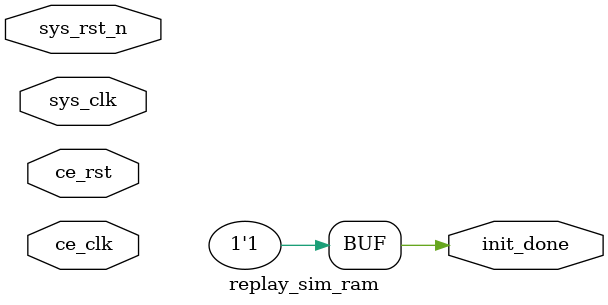
<source format=sv>

`include "sim_axi4_lib.svh"

`default_nettype none

`timescale 1ns/1ps



module replay_sim_ram #(
  parameter RAM_MODEL = "AXI_RAM"
) (
  input  wire        ce_clk,
  input  wire        ce_rst,
  input  wire        sys_clk,
  input  wire        sys_rst_n,

  output wire        init_done,

  axi4_rd_t          dma0_axi_rd,
  axi4_wr_t          dma0_axi_wr,
  axi4_rd_t          dma1_axi_rd,
  axi4_wr_t          dma1_axi_wr
);

  //---------------------------------------------------------------------------
  // AXI_RAM Option
  //---------------------------------------------------------------------------
  //
  // In this case, we instantiate a generic AXI_RAM for each replay block. This
  // gives us the fastest simulation. we instantiate a separate RAM for each
  // replay block, rather than use an AXI interconnect block to share a single
  // RAM. This means that when simulating with SRAM, collisions between replay
  // blocks is not possible.
  //
  //---------------------------------------------------------------------------

  generate if (RAM_MODEL == "AXI_RAM") begin

    localparam AWIDTH     = 32;
    localparam DWIDTH     = 64;
    localparam STALL_PROB = 25;

    // In this case, there's no MIG, so we must generate the status signal
    // indicating the MIG is initialized.
    assign init_done = 1;

    axi_ram_model #(
      .AWIDTH     (AWIDTH),
      .DWIDTH     (DWIDTH),
      .IDWIDTH    (1),
      .BIG_ENDIAN (0),
      .STALL_PROB (STALL_PROB)
    ) axi_ram_model_0 (
      .s_aclk        (ce_clk),
      .s_aresetn     (~ce_rst),
      .s_axi_awid    (dma0_axi_wr.addr.id),
      .s_axi_awaddr  (dma0_axi_wr.addr.addr),
      .s_axi_awlen   (dma0_axi_wr.addr.len),
      .s_axi_awsize  (dma0_axi_wr.addr.size),
      .s_axi_awburst (dma0_axi_wr.addr.burst),
      .s_axi_awvalid (dma0_axi_wr.addr.valid),
      .s_axi_awready (dma0_axi_wr.addr.ready),
      .s_axi_wdata   (dma0_axi_wr.data.data),
      .s_axi_wstrb   (dma0_axi_wr.data.strb),
      .s_axi_wlast   (dma0_axi_wr.data.last),
      .s_axi_wvalid  (dma0_axi_wr.data.valid),
      .s_axi_wready  (dma0_axi_wr.data.ready),
      .s_axi_bid     (dma0_axi_wr.resp.id),
      .s_axi_bresp   (dma0_axi_wr.resp.resp),
      .s_axi_bvalid  (dma0_axi_wr.resp.valid),
      .s_axi_bready  (dma0_axi_wr.resp.ready),
      .s_axi_arid    (dma0_axi_rd.addr.id),
      .s_axi_araddr  (dma0_axi_rd.addr.addr),
      .s_axi_arlen   (dma0_axi_rd.addr.len),
      .s_axi_arsize  (dma0_axi_rd.addr.size),
      .s_axi_arburst (dma0_axi_rd.addr.burst),
      .s_axi_arvalid (dma0_axi_rd.addr.valid),
      .s_axi_arready (dma0_axi_rd.addr.ready),
      .s_axi_rid     (dma0_axi_rd.data.id),
      .s_axi_rdata   (dma0_axi_rd.data.data),
      .s_axi_rresp   (dma0_axi_rd.data.resp),
      .s_axi_rlast   (dma0_axi_rd.data.last),
      .s_axi_rvalid  (dma0_axi_rd.data.valid),
      .s_axi_rready  (dma0_axi_rd.data.ready)
    );

    axi_ram_model #(
      .AWIDTH     (AWIDTH),
      .DWIDTH     (DWIDTH),
      .IDWIDTH    (1),
      .BIG_ENDIAN (0),
      .STALL_PROB (STALL_PROB)
    ) axi_ram_model_1 (
      .s_aclk        (ce_clk),
      .s_aresetn     (~ce_rst),
      .s_axi_awid    (dma1_axi_wr.addr.id),
      .s_axi_awaddr  (dma1_axi_wr.addr.addr),
      .s_axi_awlen   (dma1_axi_wr.addr.len),
      .s_axi_awsize  (dma1_axi_wr.addr.size),
      .s_axi_awburst (dma1_axi_wr.addr.burst),
      .s_axi_awvalid (dma1_axi_wr.addr.valid),
      .s_axi_awready (dma1_axi_wr.addr.ready),
      .s_axi_wdata   (dma1_axi_wr.data.data),
      .s_axi_wstrb   (dma1_axi_wr.data.strb),
      .s_axi_wlast   (dma1_axi_wr.data.last),
      .s_axi_wvalid  (dma1_axi_wr.data.valid),
      .s_axi_wready  (dma1_axi_wr.data.ready),
      .s_axi_bid     (dma1_axi_wr.resp.id),
      .s_axi_bresp   (dma1_axi_wr.resp.resp),
      .s_axi_bvalid  (dma1_axi_wr.resp.valid),
      .s_axi_bready  (dma1_axi_wr.resp.ready),
      .s_axi_arid    (dma1_axi_rd.addr.id),
      .s_axi_araddr  (dma1_axi_rd.addr.addr),
      .s_axi_arlen   (dma1_axi_rd.addr.len),
      .s_axi_arsize  (dma1_axi_rd.addr.size),
      .s_axi_arburst (dma1_axi_rd.addr.burst),
      .s_axi_arvalid (dma1_axi_rd.addr.valid),
      .s_axi_arready (dma1_axi_rd.addr.ready),
      .s_axi_rid     (dma1_axi_rd.data.id),
      .s_axi_rdata   (dma1_axi_rd.data.data),
      .s_axi_rresp   (dma1_axi_rd.data.resp),
      .s_axi_rlast   (dma1_axi_rd.data.last),
      .s_axi_rvalid  (dma1_axi_rd.data.valid),
      .s_axi_rready  (dma1_axi_rd.data.ready)
    );


  //---------------------------------------------------------------------------
  // SRAM Option
  //---------------------------------------------------------------------------
  //
  // In this case, we instantiate a separate SRAM for each replay block, rather
  // than use an AXI interconnect block to share a single SRAM. This is due
  // port widths of the IP that already exists, although new IP could be
  // created. This means that when simulating with SRAM, collisions between
  // replay blocks is not possible.
  //
  //---------------------------------------------------------------------------

  end else if (RAM_MODEL == "SRAM") begin

    // In this case, there's no MIG, so we must generate the status signal
    // indicating the MIG is initialized.
    assign init_done = 1;

    axi4_dualport_sram axi4_dualport_sram_i0 (
      .s_aclk        (ce_clk),                 // input s_aclk
      .s_aresetn     (~ce_rst),                // input s_aresetn
      .s_axi_awid    (dma0_axi_wr.addr.id),    // input [0 : 0] s_axi_awid
      .s_axi_awaddr  (dma0_axi_wr.addr.addr),  // input [31 : 0] s_axi_awaddr
      .s_axi_awlen   (dma0_axi_wr.addr.len),   // input [7 : 0] s_axi_awlen
      .s_axi_awsize  (dma0_axi_wr.addr.size),  // input [2 : 0] s_axi_awsize
      .s_axi_awburst (dma0_axi_wr.addr.burst), // input [1 : 0] s_axi_awburst
      .s_axi_awvalid (dma0_axi_wr.addr.valid), // input s_axi_awvalid
      .s_axi_awready (dma0_axi_wr.addr.ready), // output s_axi_awready
      .s_axi_wdata   (dma0_axi_wr.data.data),  // input [63 : 0] s_axi_wdata
      .s_axi_wstrb   (dma0_axi_wr.data.strb),  // input [7 : 0] s_axi_wstrb
      .s_axi_wlast   (dma0_axi_wr.data.last),  // input s_axi_wlast
      .s_axi_wvalid  (dma0_axi_wr.data.valid), // input s_axi_wvalid
      .s_axi_wready  (dma0_axi_wr.data.ready), // output s_axi_wready
      .s_axi_bid     (dma0_axi_wr.resp.id),    // output [0 : 0] s_axi_bid
      .s_axi_bresp   (dma0_axi_wr.resp.resp),  // output [1 : 0] s_axi_bresp
      .s_axi_bvalid  (dma0_axi_wr.resp.valid), // output s_axi_bvalid
      .s_axi_bready  (dma0_axi_wr.resp.ready), // input s_axi_bready
      .s_axi_arid    (dma0_axi_rd.addr.id),    // input [0 : 0] s_axi_arid
      .s_axi_araddr  (dma0_axi_rd.addr.addr),  // input [31 : 0] s_axi_araddr
      .s_axi_arlen   (dma0_axi_rd.addr.len),   // input [7 : 0] s_axi_arlen
      .s_axi_arsize  (dma0_axi_rd.addr.size),  // input [2 : 0] s_axi_arsize
      .s_axi_arburst (dma0_axi_rd.addr.burst), // input [1 : 0] s_axi_arburst
      .s_axi_arvalid (dma0_axi_rd.addr.valid), // input s_axi_arvalid
      .s_axi_arready (dma0_axi_rd.addr.ready), // output s_axi_arready
      .s_axi_rid     (dma0_axi_rd.data.id),    // output [0 : 0] s_axi_rid
      .s_axi_rdata   (dma0_axi_rd.data.data),  // output [63 : 0] s_axi_rdata
      .s_axi_rresp   (dma0_axi_rd.data.resp),  // output [1 : 0] s_axi_rresp
      .s_axi_rlast   (dma0_axi_rd.data.last),  // output s_axi_rlast
      .s_axi_rvalid  (dma0_axi_rd.data.valid), // output s_axi_rvalid
      .s_axi_rready  (dma0_axi_rd.data.ready)  // input s_axi_rready
    );

    axi4_dualport_sram axi4_dualport_sram_i1 (
      .s_aclk        (ce_clk),                 // input s_aclk
      .s_aresetn     (~ce_rst),                // input s_aresetn
      .s_axi_awid    (dma1_axi_wr.addr.id),    // input [0 : 0] s_axi_awid
      .s_axi_awaddr  (dma1_axi_wr.addr.addr),  // input [31 : 0] s_axi_awaddr
      .s_axi_awlen   (dma1_axi_wr.addr.len),   // input [7 : 0] s_axi_awlen
      .s_axi_awsize  (dma1_axi_wr.addr.size),  // input [2 : 0] s_axi_awsize
      .s_axi_awburst (dma1_axi_wr.addr.burst), // input [1 : 0] s_axi_awburst
      .s_axi_awvalid (dma1_axi_wr.addr.valid), // input s_axi_awvalid
      .s_axi_awready (dma1_axi_wr.addr.ready), // output s_axi_awready
      .s_axi_wdata   (dma1_axi_wr.data.data),  // input [63 : 0] s_axi_wdata
      .s_axi_wstrb   (dma1_axi_wr.data.strb),  // input [7 : 0] s_axi_wstrb
      .s_axi_wlast   (dma1_axi_wr.data.last),  // input s_axi_wlast
      .s_axi_wvalid  (dma1_axi_wr.data.valid), // input s_axi_wvalid
      .s_axi_wready  (dma1_axi_wr.data.ready), // output s_axi_wready
      .s_axi_bid     (dma1_axi_wr.resp.id),    // output [0 : 0] s_axi_bid
      .s_axi_bresp   (dma1_axi_wr.resp.resp),  // output [1 : 0] s_axi_bresp
      .s_axi_bvalid  (dma1_axi_wr.resp.valid), // output s_axi_bvalid
      .s_axi_bready  (dma1_axi_wr.resp.ready), // input s_axi_bready
      .s_axi_arid    (dma1_axi_rd.addr.id),    // input [0 : 0] s_axi_arid
      .s_axi_araddr  (dma1_axi_rd.addr.addr),  // input [31 : 0] s_axi_araddr
      .s_axi_arlen   (dma1_axi_rd.addr.len),   // input [7 : 0] s_axi_arlen
      .s_axi_arsize  (dma1_axi_rd.addr.size),  // input [2 : 0] s_axi_arsize
      .s_axi_arburst (dma1_axi_rd.addr.burst), // input [1 : 0] s_axi_arburst
      .s_axi_arvalid (dma1_axi_rd.addr.valid), // input s_axi_arvalid
      .s_axi_arready (dma1_axi_rd.addr.ready), // output s_axi_arready
      .s_axi_rid     (dma1_axi_rd.data.id),    // output [0 : 0] s_axi_rid
      .s_axi_rdata   (dma1_axi_rd.data.data),  // output [63 : 0] s_axi_rdata
      .s_axi_rresp   (dma1_axi_rd.data.resp),  // output [1 : 0] s_axi_rresp
      .s_axi_rlast   (dma1_axi_rd.data.last),  // output s_axi_rlast
      .s_axi_rvalid  (dma1_axi_rd.data.valid), // output s_axi_rvalid
      .s_axi_rready  (dma1_axi_rd.data.ready)  // input s_axi_rready
    );



  //---------------------------------------------------------------------------
  // DDR3/MIG Simulation Option
  //---------------------------------------------------------------------------
  //
  // In this case, we instantiate the AXI interconnect, MIG (Xilinx DRAM memory
  // interface IP), and DDR3 memory models.
  //
  //---------------------------------------------------------------------------

  end else if (RAM_MODEL == "DRAM") begin

    axi4_rd_t #(.DWIDTH(256), .AWIDTH(30), .IDWIDTH(4)) mig_axi_rd (.clk(sys_clk));
    axi4_wr_t #(.DWIDTH(256), .AWIDTH(30), .IDWIDTH(4)) mig_axi_wr (.clk(sys_clk));

    wire [31:0] ddr3_dq;      // Data pins. Input for Reads; Output for Writes.
    wire [ 3:0] ddr3_dqs_n;   // Data Strobes. Input for Reads; Output for Writes.
    wire [ 3:0] ddr3_dqs_p;
    wire [14:0] ddr3_addr;    // Address
    wire [ 2:0] ddr3_ba;      // Bank Address
    wire        ddr3_ras_n;   // Row Address Strobe
    wire        ddr3_cas_n;   // Column address select
    wire        ddr3_we_n;    // Write Enable
    wire        ddr3_reset_n; // SDRAM reset pin
    wire [ 0:0] ddr3_ck_p;    // Differential clock
    wire [ 0:0] ddr3_ck_n;
    wire [ 0:0] ddr3_cke;     // Clock Enable
    wire [ 0:0] ddr3_cs_n;    // Chip Select
    wire [ 3:0] ddr3_dm;      // Data Mask
    wire [ 0:0] ddr3_odt;     // On-Die termination enable

    wire ddr3_idelay_refclk;

    wire ddr3_axi_clk;    // 1/4 DDR external clock rate
    wire ddr3_axi_clk_x2; // 1/2 DDR external clock rate
    wire ddr3_axi_rst;    // UI reset from MIG

    //-------------------------------------------------------------------------
    // AXI Interconnect Crossbar
    //-------------------------------------------------------------------------
    //
    // This AXI interconnect block is a crossbar with two slave ports and one
    // master, which allows two replay blocks to share the same MIG interface.
    //
    //-------------------------------------------------------------------------

    axi_intercon_2x64_128_bd_wrapper axi_intercon_2x64_128_i (
      // Slave Port 0
      //
      .S00_AXI_ARESETN (~ce_rst),                // input S00_AXI_ARESETN
      .S00_AXI_ACLK    (ce_clk),                 // input S00_AXI_ACLK
      .S00_AXI_AWID    (dma0_axi_wr.addr.id),    // input [0 : 0] S00_AXI_AWID
      .S00_AXI_AWADDR  (dma0_axi_wr.addr.addr),  // input [31 : 0] S00_AXI_AWADDR
      .S00_AXI_AWLEN   (dma0_axi_wr.addr.len),   // input [7 : 0] S00_AXI_AWLEN
      .S00_AXI_AWSIZE  (dma0_axi_wr.addr.size),  // input [2 : 0] S00_AXI_AWSIZE
      .S00_AXI_AWBURST (dma0_axi_wr.addr.burst), // input [1 : 0] S00_AXI_AWBURST
      .S00_AXI_AWLOCK  (dma0_axi_wr.addr.lock),  // input S00_AXI_AWLOCK
      .S00_AXI_AWCACHE (dma0_axi_wr.addr.cache), // input [3 : 0] S00_AXI_AWCACHE
      .S00_AXI_AWPROT  (dma0_axi_wr.addr.prot),  // input [2 : 0] S00_AXI_AWPROT
      .S00_AXI_AWQOS   (dma0_axi_wr.addr.qos),   // input [3 : 0] S00_AXI_AWQOS
      .S00_AXI_AWVALID (dma0_axi_wr.addr.valid), // input S00_AXI_AWVALID
      .S00_AXI_AWREADY (dma0_axi_wr.addr.ready), // output S00_AXI_AWREADY
      .S00_AXI_WDATA   (dma0_axi_wr.data.data),  // input [63 : 0] S00_AXI_WDATA
      .S00_AXI_WSTRB   (dma0_axi_wr.data.strb),  // input [7 : 0] S00_AXI_WSTRB
      .S00_AXI_WLAST   (dma0_axi_wr.data.last),  // input S00_AXI_WLAST
      .S00_AXI_WVALID  (dma0_axi_wr.data.valid), // input S00_AXI_WVALID
      .S00_AXI_WREADY  (dma0_axi_wr.data.ready), // output S00_AXI_WREADY
      .S00_AXI_BID     (dma0_axi_wr.resp.id),    // output [0 : 0] S00_AXI_BID
      .S00_AXI_BRESP   (dma0_axi_wr.resp.resp),  // output [1 : 0] S00_AXI_BRESP
      .S00_AXI_BVALID  (dma0_axi_wr.resp.valid), // output S00_AXI_BVALID
      .S00_AXI_BREADY  (dma0_axi_wr.resp.ready), // input S00_AXI_BREADY
      .S00_AXI_ARID    (dma0_axi_rd.addr.id),    // input [0 : 0] S00_AXI_ARID
      .S00_AXI_ARADDR  (dma0_axi_rd.addr.addr),  // input [31 : 0] S00_AXI_ARADDR
      .S00_AXI_ARLEN   (dma0_axi_rd.addr.len),   // input [7 : 0] S00_AXI_ARLEN
      .S00_AXI_ARSIZE  (dma0_axi_rd.addr.size),  // input [2 : 0] S00_AXI_ARSIZE
      .S00_AXI_ARBURST (dma0_axi_rd.addr.burst), // input [1 : 0] S00_AXI_ARBURST
      .S00_AXI_ARLOCK  (dma0_axi_rd.addr.lock),  // input S00_AXI_ARLOCK
      .S00_AXI_ARCACHE (dma0_axi_rd.addr.cache), // input [3 : 0] S00_AXI_ARCACHE
      .S00_AXI_ARPROT  (dma0_axi_rd.addr.prot),  // input [2 : 0] S00_AXI_ARPROT
      .S00_AXI_ARQOS   (dma0_axi_rd.addr.qos),   // input [3 : 0] S00_AXI_ARQOS
      .S00_AXI_ARVALID (dma0_axi_rd.addr.valid), // input S00_AXI_ARVALID
      .S00_AXI_ARREADY (dma0_axi_rd.addr.ready), // output S00_AXI_ARREADY
      .S00_AXI_RID     (dma0_axi_rd.data.id),    // output [0 : 0] S00_AXI_RID
      .S00_AXI_RDATA   (dma0_axi_rd.data.data),  // output [63 : 0] S00_AXI_RDATA
      .S00_AXI_RRESP   (dma0_axi_rd.data.resp),  // output [1 : 0] S00_AXI_RRESP
      .S00_AXI_RLAST   (dma0_axi_rd.data.last),  // output S00_AXI_RLAST
      .S00_AXI_RVALID  (dma0_axi_rd.data.valid), // output S00_AXI_RVALID
      .S00_AXI_RREADY  (dma0_axi_rd.data.ready), // input S00_AXI_RREADY

      // Slave Port 1
      //
      .S01_AXI_ACLK    (ce_clk),                 // input S00_AXI_ACLK
      .S01_AXI_ARESETN (~ce_rst),                // input S00_AXI_ARESETN
      .S01_AXI_AWID    (dma1_axi_wr.addr.id),    // input [0 : 0] S00_AXI_AWID
      .S01_AXI_AWADDR  (dma1_axi_wr.addr.addr),  // input [31 : 0] S00_AXI_AWADDR
      .S01_AXI_AWLEN   (dma1_axi_wr.addr.len),   // input [7 : 0] S00_AXI_AWLEN
      .S01_AXI_AWSIZE  (dma1_axi_wr.addr.size),  // input [2 : 0] S00_AXI_AWSIZE
      .S01_AXI_AWBURST (dma1_axi_wr.addr.burst), // input [1 : 0] S00_AXI_AWBURST
      .S01_AXI_AWLOCK  (dma1_axi_wr.addr.lock),  // input S00_AXI_AWLOCK
      .S01_AXI_AWCACHE (dma1_axi_wr.addr.cache), // input [3 : 0] S00_AXI_AWCACHE
      .S01_AXI_AWPROT  (dma1_axi_wr.addr.prot),  // input [2 : 0] S00_AXI_AWPROT
      .S01_AXI_AWQOS   (dma1_axi_wr.addr.qos),   // input [3 : 0] S00_AXI_AWQOS
      .S01_AXI_AWVALID (dma1_axi_wr.addr.valid), // input S00_AXI_AWVALID
      .S01_AXI_AWREADY (dma1_axi_wr.addr.ready), // output S00_AXI_AWREADY
      .S01_AXI_WDATA   (dma1_axi_wr.data.data),  // input [63 : 0] S00_AXI_WDATA
      .S01_AXI_WSTRB   (dma1_axi_wr.data.strb),  // input [7 : 0] S00_AXI_WSTRB
      .S01_AXI_WLAST   (dma1_axi_wr.data.last),  // input S00_AXI_WLAST
      .S01_AXI_WVALID  (dma1_axi_wr.data.valid), // input S00_AXI_WVALID
      .S01_AXI_WREADY  (dma1_axi_wr.data.ready), // output S00_AXI_WREADY
      .S01_AXI_BID     (dma1_axi_wr.resp.id),    // output [0 : 0] S00_AXI_BID
      .S01_AXI_BRESP   (dma1_axi_wr.resp.resp),  // output [1 : 0] S00_AXI_BRESP
      .S01_AXI_BVALID  (dma1_axi_wr.resp.valid), // output S00_AXI_BVALID
      .S01_AXI_BREADY  (dma1_axi_wr.resp.ready), // input S00_AXI_BREADY
      .S01_AXI_ARID    (dma1_axi_rd.addr.id),    // input [0 : 0] S00_AXI_ARID
      .S01_AXI_ARADDR  (dma1_axi_rd.addr.addr),  // input [31 : 0] S00_AXI_ARADDR
      .S01_AXI_ARLEN   (dma1_axi_rd.addr.len),   // input [7 : 0] S00_AXI_ARLEN
      .S01_AXI_ARSIZE  (dma1_axi_rd.addr.size),  // input [2 : 0] S00_AXI_ARSIZE
      .S01_AXI_ARBURST (dma1_axi_rd.addr.burst), // input [1 : 0] S00_AXI_ARBURST
      .S01_AXI_ARLOCK  (dma1_axi_rd.addr.lock),  // input S00_AXI_ARLOCK
      .S01_AXI_ARCACHE (dma1_axi_rd.addr.cache), // input [3 : 0] S00_AXI_ARCACHE
      .S01_AXI_ARPROT  (dma1_axi_rd.addr.prot),  // input [2 : 0] S00_AXI_ARPROT
      .S01_AXI_ARQOS   (dma1_axi_rd.addr.qos),   // input [3 : 0] S00_AXI_ARQOS
      .S01_AXI_ARVALID (dma1_axi_rd.addr.valid), // input S00_AXI_ARVALID
      .S01_AXI_ARREADY (dma1_axi_rd.addr.ready), // output S00_AXI_ARREADY
      .S01_AXI_RID     (dma1_axi_rd.data.id),    // output [0 : 0] S00_AXI_RID
      .S01_AXI_RDATA   (dma1_axi_rd.data.data),  // output [63 : 0] S00_AXI_RDATA
      .S01_AXI_RRESP   (dma1_axi_rd.data.resp),  // output [1 : 0] S00_AXI_RRESP
      .S01_AXI_RLAST   (dma1_axi_rd.data.last),  // output S00_AXI_RLAST
      .S01_AXI_RVALID  (dma1_axi_rd.data.valid), // output S00_AXI_RVALID
      .S01_AXI_RREADY  (dma1_axi_rd.data.ready), // input S00_AXI_RREADY

      // Master Port 0
      //
      .M00_AXI_ACLK    (ddr3_axi_clk),          // input M00_AXI_ACLK
      .M00_AXI_ARESETN (~ddr3_axi_rst),         // input S00_AXI_ARESETN
      .M00_AXI_AWID    (mig_axi_wr.addr.id),    // output [3 : 0] M00_AXI_AWID
      .M00_AXI_AWADDR  (mig_axi_wr.addr.addr),  // output [31 : 0] M00_AXI_AWADDR
      .M00_AXI_AWLEN   (mig_axi_wr.addr.len),   // output [7 : 0] M00_AXI_AWLEN
      .M00_AXI_AWSIZE  (mig_axi_wr.addr.size),  // output [2 : 0] M00_AXI_AWSIZE
      .M00_AXI_AWBURST (mig_axi_wr.addr.burst), // output [1 : 0] M00_AXI_AWBURST
      .M00_AXI_AWLOCK  (mig_axi_wr.addr.lock),  // output M00_AXI_AWLOCK
      .M00_AXI_AWCACHE (mig_axi_wr.addr.cache), // output [3 : 0] M00_AXI_AWCACHE
      .M00_AXI_AWPROT  (mig_axi_wr.addr.prot),  // output [2 : 0] M00_AXI_AWPROT
      .M00_AXI_AWQOS   (mig_axi_wr.addr.qos),   // output [3 : 0] M00_AXI_AWQOS
      .M00_AXI_AWVALID (mig_axi_wr.addr.valid), // output M00_AXI_AWVALID
      .M00_AXI_AWREADY (mig_axi_wr.addr.ready), // input M00_AXI_AWREADY
      .M00_AXI_WDATA   (mig_axi_wr.data.data),  // output [127 : 0] M00_AXI_WDATA
      .M00_AXI_WSTRB   (mig_axi_wr.data.strb),  // output [15 : 0] M00_AXI_WSTRB
      .M00_AXI_WLAST   (mig_axi_wr.data.last),  // output M00_AXI_WLAST
      .M00_AXI_WVALID  (mig_axi_wr.data.valid), // output M00_AXI_WVALID
      .M00_AXI_WREADY  (mig_axi_wr.data.ready), // input M00_AXI_WREADY
      .M00_AXI_BID     (mig_axi_wr.resp.id),    // input [3 : 0] M00_AXI_BID
      .M00_AXI_BRESP   (mig_axi_wr.resp.resp),  // input [1 : 0] M00_AXI_BRESP
      .M00_AXI_BVALID  (mig_axi_wr.resp.valid), // input M00_AXI_BVALID
      .M00_AXI_BREADY  (mig_axi_wr.resp.ready), // output M00_AXI_BREADY
      .M00_AXI_ARID    (mig_axi_rd.addr.id),    // output [3 : 0] M00_AXI_ARID
      .M00_AXI_ARADDR  (mig_axi_rd.addr.addr),  // output [31 : 0] M00_AXI_ARADDR
      .M00_AXI_ARLEN   (mig_axi_rd.addr.len),   // output [7 : 0] M00_AXI_ARLEN
      .M00_AXI_ARSIZE  (mig_axi_rd.addr.size),  // output [2 : 0] M00_AXI_ARSIZE
      .M00_AXI_ARBURST (mig_axi_rd.addr.burst), // output [1 : 0] M00_AXI_ARBURST
      .M00_AXI_ARLOCK  (mig_axi_rd.addr.lock),  // output M00_AXI_ARLOCK
      .M00_AXI_ARCACHE (mig_axi_rd.addr.cache), // output [3 : 0] M00_AXI_ARCACHE
      .M00_AXI_ARPROT  (mig_axi_rd.addr.prot),  // output [2 : 0] M00_AXI_ARPROT
      .M00_AXI_ARQOS   (mig_axi_rd.addr.qos),   // output [3 : 0] M00_AXI_ARQOS
      .M00_AXI_ARVALID (mig_axi_rd.addr.valid), // output M00_AXI_ARVALID
      .M00_AXI_ARREADY (mig_axi_rd.addr.ready), // input M00_AXI_ARREADY
      .M00_AXI_RID     (mig_axi_rd.data.id),    // input [3 : 0] M00_AXI_RID
      .M00_AXI_RDATA   (mig_axi_rd.data.data),  // input [127 : 0] M00_AXI_RDATA
      .M00_AXI_RRESP   (mig_axi_rd.data.resp),  // input [1 : 0] M00_AXI_RRESP
      .M00_AXI_RLAST   (mig_axi_rd.data.last),  // input M00_AXI_RLAST
      .M00_AXI_RVALID  (mig_axi_rd.data.valid), // input M00_AXI_RVALID
      .M00_AXI_RREADY  (mig_axi_rd.data.ready)  // output M00_AXI_RREADY
    );


    //-------------------------------------------------------------------------
    // MIG Instance
    //-------------------------------------------------------------------------

    ddr3_32bit ddr_mig_i (
      // Memory interface ports
      .ddr3_addr           (ddr3_addr),
      .ddr3_ba             (ddr3_ba),
      .ddr3_cas_n          (ddr3_cas_n),
      .ddr3_ck_n           (ddr3_ck_n),
      .ddr3_ck_p           (ddr3_ck_p),
      .ddr3_cke            (ddr3_cke),
      .ddr3_ras_n          (ddr3_ras_n),
      .ddr3_reset_n        (ddr3_reset_n),
      .ddr3_we_n           (ddr3_we_n),
      .ddr3_dq             (ddr3_dq),
      .ddr3_dqs_n          (ddr3_dqs_n),
      .ddr3_dqs_p          (ddr3_dqs_p),
      .init_calib_complete (init_done),
      .ddr3_cs_n           (ddr3_cs_n),
      .ddr3_dm             (ddr3_dm),
      .ddr3_odt            (ddr3_odt),

      // Application interface ports
      .ui_clk          (ddr3_axi_clk),
      .ui_addn_clk_0   (ddr3_axi_clk_x2),
      .ui_addn_clk_1   (ddr3_idelay_refclk),
      .ui_addn_clk_2   (),
      .ui_addn_clk_3   (),
      .ui_addn_clk_4   (),
      .clk_ref_i       (ddr3_idelay_refclk),
      .ui_clk_sync_rst (ddr3_axi_rst),    // Active high reset output signal
                                          // synchronized to ui_clk.
      .aresetn         (~ddr3_axi_rst),   // AXI shim reset input, should be synchronous to ui_clk
      .app_sr_req      (1'b0),
      .app_sr_active   (),
      .app_ref_req     (1'b0),
      .app_ref_ack     (),
      .app_zq_req      (1'b0),
      .app_zq_ack      (),

      // Slave Interface Write Address Ports
      .s_axi_awid    (mig_axi_wr.addr.id),
      .s_axi_awaddr  (mig_axi_wr.addr.addr),
      .s_axi_awlen   (mig_axi_wr.addr.len),
      .s_axi_awsize  (mig_axi_wr.addr.size),
      .s_axi_awburst (mig_axi_wr.addr.burst),
      .s_axi_awlock  (mig_axi_wr.addr.lock),
      .s_axi_awcache (mig_axi_wr.addr.cache),
      .s_axi_awprot  (mig_axi_wr.addr.prot),
      .s_axi_awqos   (mig_axi_wr.addr.qos),
      .s_axi_awvalid (mig_axi_wr.addr.valid),
      .s_axi_awready (mig_axi_wr.addr.ready),

      // Slave Interface Write Data Ports
      .s_axi_wdata  (mig_axi_wr.data.data),
      .s_axi_wstrb  (mig_axi_wr.data.strb),
      .s_axi_wlast  (mig_axi_wr.data.last),
      .s_axi_wvalid (mig_axi_wr.data.valid),
      .s_axi_wready (mig_axi_wr.data.ready),

      // Slave Interface Write Response Ports
      .s_axi_bid    (mig_axi_wr.resp.id),
      .s_axi_bresp  (mig_axi_wr.resp.resp),
      .s_axi_bvalid (mig_axi_wr.resp.valid),
      .s_axi_bready (mig_axi_wr.resp.ready),

      // Slave Interface Read Address Ports
      .s_axi_arid    (mig_axi_rd.addr.id),
      .s_axi_araddr  (mig_axi_rd.addr.addr),
      .s_axi_arlen   (mig_axi_rd.addr.len),
      .s_axi_arsize  (mig_axi_rd.addr.size),
      .s_axi_arburst (mig_axi_rd.addr.burst),
      .s_axi_arlock  (mig_axi_rd.addr.lock),
      .s_axi_arcache (mig_axi_rd.addr.cache),
      .s_axi_arprot  (mig_axi_rd.addr.prot),
      .s_axi_arqos   (mig_axi_rd.addr.qos),
      .s_axi_arvalid (mig_axi_rd.addr.valid),
      .s_axi_arready (mig_axi_rd.addr.ready),

      // Slave Interface Read Data Ports
      .s_axi_rid    (mig_axi_rd.data.id),
      .s_axi_rdata  (mig_axi_rd.data.data),
      .s_axi_rresp  (mig_axi_rd.data.resp),
      .s_axi_rlast  (mig_axi_rd.data.last),
      .s_axi_rvalid (mig_axi_rd.data.valid),
      .s_axi_rready (mig_axi_rd.data.ready),

      // System Clock Ports
      .sys_clk_i (sys_clk),
      .sys_rst   (~sys_rst_n)
    );


    //-------------------------------------------------------------------------
    // DDR3 SDRAM Models
    //-------------------------------------------------------------------------

    ddr3_model #(
      .DEBUG (0)  // Disable verbose prints
    ) ddr3_model_i0 (
      .rst_n   (ddr3_reset_n),
      .ck      (ddr3_ck_p),
      .ck_n    (ddr3_ck_n),
      .cke     (ddr3_cke),
      .cs_n    (ddr3_cs_n),
      .ras_n   (ddr3_ras_n),
      .cas_n   (ddr3_cas_n),
      .we_n    (ddr3_we_n),
      .dm_tdqs (ddr3_dm[1:0]),
      .ba      (ddr3_ba),
      .addr    (ddr3_addr),
      .dq      (ddr3_dq[15:0]),
      .dqs     (ddr3_dqs_p[1:0]),
      .dqs_n   (ddr3_dqs_n[1:0]),
      .tdqs_n  (),                // Unused on x16
      .odt     (ddr3_odt)
    );

    ddr3_model #(
      .DEBUG (0)  //Disable verbose prints
    ) ddr3_model_i1 (
      .rst_n   (ddr3_reset_n),
      .ck      (ddr3_ck_p),
      .ck_n    (ddr3_ck_n),
      .cke     (ddr3_cke),
      .cs_n    (ddr3_cs_n),
      .ras_n   (ddr3_ras_n),
      .cas_n   (ddr3_cas_n),
      .we_n    (ddr3_we_n),
      .dm_tdqs (ddr3_dm[3:2]),
      .ba      (ddr3_ba),
      .addr    (ddr3_addr),
      .dq      (ddr3_dq[31:16]),
      .dqs     (ddr3_dqs_p[3:2]),
      .dqs_n   (ddr3_dqs_n[3:2]),
      .tdqs_n  (),                // Unused on x16
      .odt     (ddr3_odt)
    );

  end endgenerate

endmodule


`default_nettype wire

</source>
